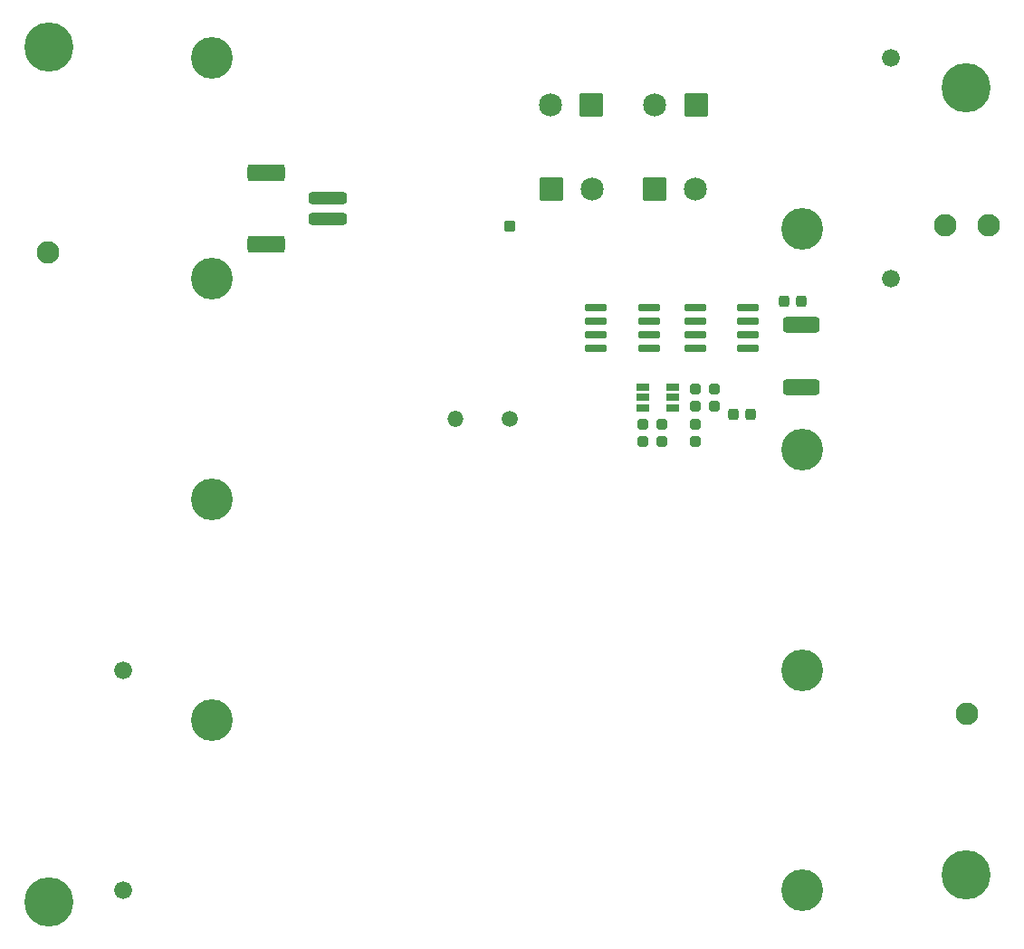
<source format=gts>
G04 #@! TF.GenerationSoftware,KiCad,Pcbnew,7.0.1-0*
G04 #@! TF.CreationDate,2023-03-19T01:41:05-04:00*
G04 #@! TF.ProjectId,batteryboard,62617474-6572-4796-926f-6172642e6b69,rev?*
G04 #@! TF.SameCoordinates,Original*
G04 #@! TF.FileFunction,Soldermask,Top*
G04 #@! TF.FilePolarity,Negative*
%FSLAX46Y46*%
G04 Gerber Fmt 4.6, Leading zero omitted, Abs format (unit mm)*
G04 Created by KiCad (PCBNEW 7.0.1-0) date 2023-03-19 01:41:05*
%MOMM*%
%LPD*%
G01*
G04 APERTURE LIST*
G04 Aperture macros list*
%AMRoundRect*
0 Rectangle with rounded corners*
0 $1 Rounding radius*
0 $2 $3 $4 $5 $6 $7 $8 $9 X,Y pos of 4 corners*
0 Add a 4 corners polygon primitive as box body*
4,1,4,$2,$3,$4,$5,$6,$7,$8,$9,$2,$3,0*
0 Add four circle primitives for the rounded corners*
1,1,$1+$1,$2,$3*
1,1,$1+$1,$4,$5*
1,1,$1+$1,$6,$7*
1,1,$1+$1,$8,$9*
0 Add four rect primitives between the rounded corners*
20,1,$1+$1,$2,$3,$4,$5,0*
20,1,$1+$1,$4,$5,$6,$7,0*
20,1,$1+$1,$6,$7,$8,$9,0*
20,1,$1+$1,$8,$9,$2,$3,0*%
G04 Aperture macros list end*
%ADD10RoundRect,0.050800X0.500000X-0.300000X0.500000X0.300000X-0.500000X0.300000X-0.500000X-0.300000X0*%
%ADD11RoundRect,0.269550X-0.256250X0.218750X-0.256250X-0.218750X0.256250X-0.218750X0.256250X0.218750X0*%
%ADD12RoundRect,0.269550X0.218750X0.256250X-0.218750X0.256250X-0.218750X-0.256250X0.218750X-0.256250X0*%
%ADD13RoundRect,0.269550X0.256250X-0.218750X0.256250X0.218750X-0.256250X0.218750X-0.256250X-0.218750X0*%
%ADD14RoundRect,0.200800X-0.825000X-0.150000X0.825000X-0.150000X0.825000X0.150000X-0.825000X0.150000X0*%
%ADD15RoundRect,0.200800X0.825000X0.150000X-0.825000X0.150000X-0.825000X-0.150000X0.825000X-0.150000X0*%
%ADD16RoundRect,0.300800X1.425000X-0.425000X1.425000X0.425000X-1.425000X0.425000X-1.425000X-0.425000X0*%
%ADD17C,2.101600*%
%ADD18RoundRect,0.300800X-1.500000X0.250000X-1.500000X-0.250000X1.500000X-0.250000X1.500000X0.250000X0*%
%ADD19RoundRect,0.300801X-1.449999X0.499999X-1.449999X-0.499999X1.449999X-0.499999X1.449999X0.499999X0*%
%ADD20RoundRect,0.063500X1.016000X1.016000X-1.016000X1.016000X-1.016000X-1.016000X1.016000X-1.016000X0*%
%ADD21C,2.159000*%
%ADD22RoundRect,0.063500X-1.016000X-1.016000X1.016000X-1.016000X1.016000X1.016000X-1.016000X1.016000X0*%
%ADD23RoundRect,0.050800X-0.425000X-0.425000X0.425000X-0.425000X0.425000X0.425000X-0.425000X0.425000X0*%
%ADD24C,1.501600*%
%ADD25O,1.501600X1.501600*%
%ADD26C,4.601600*%
%ADD27C,3.901600*%
%ADD28C,1.671600*%
G04 APERTURE END LIST*
D10*
X113789000Y-90744000D03*
X113789000Y-91694000D03*
X113789000Y-92644000D03*
X116589000Y-92644000D03*
X116589000Y-91694000D03*
X116589000Y-90744000D03*
D11*
X120523000Y-90906500D03*
X120523000Y-92481500D03*
X118745000Y-90906500D03*
X118745000Y-92481500D03*
X115570000Y-94208500D03*
X115570000Y-95783500D03*
D12*
X128613000Y-82677000D03*
X127038000Y-82677000D03*
X123850500Y-93281500D03*
X122275500Y-93281500D03*
D13*
X118745000Y-95783500D03*
X118745000Y-94208500D03*
D14*
X109412000Y-83312000D03*
X109412000Y-84582000D03*
X109412000Y-85852000D03*
X109412000Y-87122000D03*
X114362000Y-87122000D03*
X114362000Y-85852000D03*
X114362000Y-84582000D03*
X114362000Y-83312000D03*
D15*
X123633000Y-87122000D03*
X123633000Y-85852000D03*
X123633000Y-84582000D03*
X123633000Y-83312000D03*
X118683000Y-83312000D03*
X118683000Y-84582000D03*
X118683000Y-85852000D03*
X118683000Y-87122000D03*
D11*
X113792000Y-94208500D03*
X113792000Y-95783500D03*
D16*
X128587500Y-90720500D03*
X128587500Y-84920500D03*
D17*
X144145000Y-121285000D03*
X58166000Y-78105000D03*
X142062200Y-75565000D03*
X146177000Y-75565000D03*
D18*
X84350000Y-73000000D03*
X84350000Y-75000000D03*
D19*
X78600000Y-70650000D03*
X78600000Y-77350000D03*
D20*
X109016800Y-64300000D03*
D21*
X105161200Y-64300000D03*
D22*
X105232200Y-72174000D03*
D21*
X109087800Y-72174000D03*
D20*
X118795800Y-64300000D03*
D21*
X114940200Y-64300000D03*
D22*
X114884200Y-72174000D03*
D21*
X118739800Y-72174000D03*
D23*
X101346000Y-75692000D03*
D24*
X101346000Y-93726000D03*
D25*
X96266000Y-93726000D03*
D26*
X144005300Y-136349900D03*
X58280300Y-58889900D03*
X58280300Y-138889900D03*
X144005300Y-62689900D03*
D27*
X73517400Y-80569800D03*
X128717400Y-96569800D03*
D28*
X137047400Y-80569800D03*
D27*
X128742800Y-137844800D03*
X73542800Y-121844800D03*
D28*
X65212800Y-137844800D03*
D27*
X128742800Y-117194600D03*
X73542800Y-101194600D03*
D28*
X65212800Y-117194600D03*
D27*
X73517400Y-59919600D03*
X128717400Y-75919600D03*
D28*
X137047400Y-59919600D03*
M02*

</source>
